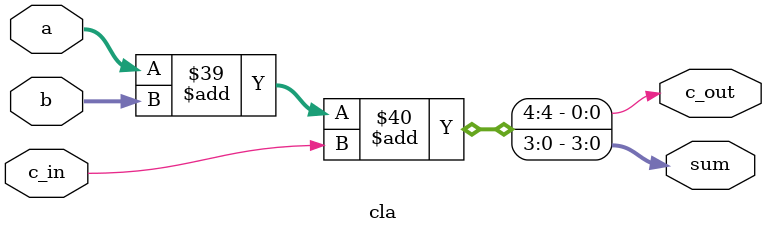
<source format=sv>
module cla(sum,c_out, a,b,c_in);
  
  output [3:0] sum;
  output c_out;
  input [3:0] a,b;
  input c_in;
  
  wire c1,c2,c3,c4;
  wire p0,p1,p2,p3,g0,g1,g2,g3;
  
  assign p0=a[0] ^ b[0],
    p1= a[1] ^ b[1],
    p2= a[2] ^ b[2],
    p3= a[3] ^ b[3];
  
    
  assign g0 = a[0] & b[0],
    g1 = a[1] & b[1],
    g2 = a[2] & b[2], 
    g3 = a[3] & b[3];
    
    
  assign c1 = g0 | (p0 & c_in);
  assign c2 = g1 | (p1 & g0)  | (p1 & p0 & c_in);
                    assign c3 = g2 | (p2 & g1) | (p1 & p2 & g0) | (p1 & p2 & p0 & c_in);
  assign c4 = g3 | (p3 & g2) | (p3 & p2 & g1 ) | (p3 & p2 & p1 & g0) | (p3 & p2 & p1 & p0 & c_in);
                    
                    assign{c_out,sum} = a+ b+ c_in;
                    
                   
  
endmodule
  
</source>
